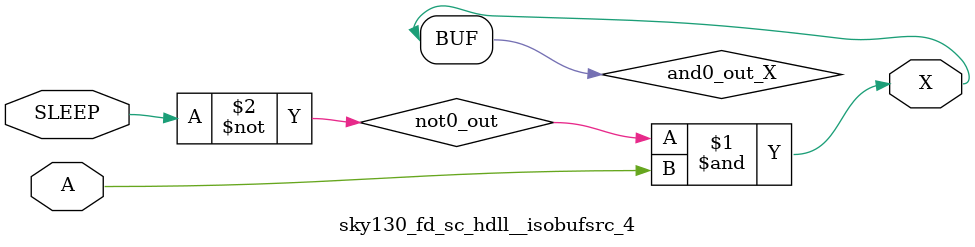
<source format=v>
/*
 * Copyright 2020 The SkyWater PDK Authors
 *
 * Licensed under the Apache License, Version 2.0 (the "License");
 * you may not use this file except in compliance with the License.
 * You may obtain a copy of the License at
 *
 *     https://www.apache.org/licenses/LICENSE-2.0
 *
 * Unless required by applicable law or agreed to in writing, software
 * distributed under the License is distributed on an "AS IS" BASIS,
 * WITHOUT WARRANTIES OR CONDITIONS OF ANY KIND, either express or implied.
 * See the License for the specific language governing permissions and
 * limitations under the License.
 *
 * SPDX-License-Identifier: Apache-2.0
*/


`ifndef SKY130_FD_SC_HDLL__ISOBUFSRC_4_FUNCTIONAL_V
`define SKY130_FD_SC_HDLL__ISOBUFSRC_4_FUNCTIONAL_V

/**
 * isobufsrc: Input isolation, noninverted sleep.
 *
 *            X = (!A | SLEEP)
 *
 * Verilog simulation functional model.
 */

`timescale 1ns / 1ps
`default_nettype none

`celldefine
module sky130_fd_sc_hdll__isobufsrc_4 (
    X    ,
    SLEEP,
    A
);

    // Module ports
    output X    ;
    input  SLEEP;
    input  A    ;

    // Local signals
    wire not0_out  ;
    wire and0_out_X;

    //  Name  Output      Other arguments
    not not0 (not0_out  , SLEEP          );
    and and0 (and0_out_X, not0_out, A    );
    buf buf0 (X         , and0_out_X     );

endmodule
`endcelldefine

`default_nettype wire
`endif  // SKY130_FD_SC_HDLL__ISOBUFSRC_4_FUNCTIONAL_V

</source>
